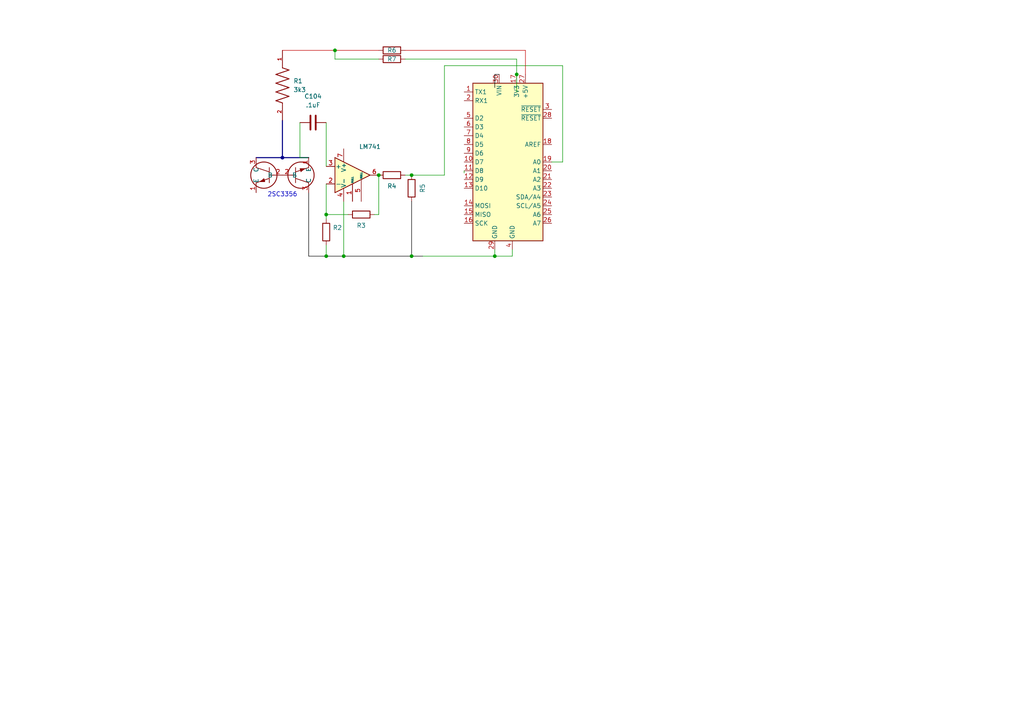
<source format=kicad_sch>
(kicad_sch (version 20231120) (generator "eeschema") (generator_version "8.0")
  (paper "A4")
  (lib_symbols
    (symbol "2024-08-01_13-32-15:2SC3356" (pin_names (offset 0.254))
      (property "Reference" "Q" (at 10.16 2.54 0))
      (property "Value" "2SC3356" (at 10.16 -2.54 0))
      (symbol "2SC3356_0_1"
        (polyline (pts (xy 2.54 0) (xy 3.81 0)) (stroke (width 0.2032)))
        (polyline (pts (xy 3.81 -2.2098) (xy 3.81 2.2098)) (stroke (width 0.2032)))
        (polyline (pts (xy 3.81 -0.9398) (xy 7.62 -2.2098)) (stroke (width 0.2032)))
        (polyline (pts (xy 3.81 0.9398) (xy 7.62 2.2098)) (stroke (width 0.2032)))
        (polyline (pts (xy 7.62 -2.54) (xy 7.62 -2.2098)) (stroke (width 0.2032)))
        (polyline (pts (xy 7.62 2.2098) (xy 7.62 2.54)) (stroke (width 0.2032)))
        (polyline (pts (xy 5.3848 -0.9398) (xy 5.08 -1.905) (xy 6.6548 -1.905)) (fill (type outline)))
        (circle (center 5.3848 0) (radius 3.81) (stroke (width 0.254)))
        (pin unspecified line (at 7.62 -5.08 90) (length 2.54) (name "E") (number "1"))
        (pin unspecified line (at 0 0 0) (length 2.54) (name "B") (number "2"))
        (pin unspecified line (at 7.62 5.08 270) (length 2.54) (name "C") (number "3"))
      )
    )
    (symbol "Amplifier_Operational:LM741" (pin_names (offset 0.127))
      (property "Reference" "U" (at 0 6.35 0))
      (property "Value" "LM741" (at 0 3.81 0))
      (symbol "LM741_0_1"
        (polyline (pts (xy -5.08 5.08) (xy 5.08 0) (xy -5.08 -5.08) (xy -5.08 5.08)) (stroke (width 0.254)) (fill (type background)))
      )
      (symbol "LM741_1_1"
        (pin input line (at 0 -7.62 90) (length 5.08) (name "NULL") (number "1"))
        (pin input line (at -7.62 -2.54 0) (length 2.54) (name "-") (number "2"))
        (pin input line (at -7.62 2.54 0) (length 2.54) (name "+") (number "3"))
        (pin power_in line (at -2.54 -7.62 90) (length 3.81) (name "V-") (number "4"))
        (pin input line (at 2.54 -7.62 90) (length 6.35) (name "NULL") (number "5"))
        (pin output line (at 7.62 0 180) (length 2.54) (name "~") (number "6"))
        (pin power_in line (at -2.54 7.62 270) (length 3.81) (name "V+") (number "7"))
        (pin no_connect line (at 0 2.54 270) (length 2.54) hide (name "NC") (number "8"))
      )
    )
    (symbol "Device:C" (pin_numbers hide) (pin_names (offset 0.254))
      (property "Reference" "C" (at 0.635 2.54 0))
      (property "Value" "C" (at 0.635 -2.54 0))
      (symbol "C_0_1"
        (polyline (pts (xy -2.032 -0.762) (xy 2.032 -0.762)) (stroke (width 0.508)))
        (polyline (pts (xy -2.032 0.762) (xy 2.032 0.762)) (stroke (width 0.508)))
      )
      (symbol "C_1_1"
        (pin passive line (at 0 3.81 270) (length 2.794) (name "~") (number "1"))
        (pin passive line (at 0 -3.81 90) (length 2.794) (name "~") (number "2"))
      )
    )
    (symbol "Device:R" (pin_numbers hide) (pin_names (offset 0))
      (property "Reference" "R" (at 2.032 0 90))
      (property "Value" "R" (at 0 0 90))
      (symbol "R_0_1"
        (rectangle (start -1.016 -2.54) (end 1.016 2.54) (stroke (width 0.254)))
      )
      (symbol "R_1_1"
        (pin passive line (at 0 3.81 270) (length 1.27) (name "~") (number "1"))
        (pin passive line (at 0 -3.81 90) (length 1.27) (name "~") (number "2"))
      )
    )
    (symbol "MCU_Module:Arduino_Nano_Every"
      (property "Reference" "A1" (at -0.3459 -27.94 0))
      (property "Value" "Arduino_Nano_Every" (at -0.3459 -25.4 0))
      (symbol "Arduino_Nano_Every_0_1"
        (rectangle (start -10.16 22.86) (end 10.16 -22.86) (stroke (width 0.254)) (fill (type background)))
      )
      (symbol "Arduino_Nano_Every_1_1"
        (pin bidirectional line (at -12.7 20.32 0) (length 2.54) (name "TX1") (number "1"))
        (pin bidirectional line (at -12.7 0 0) (length 2.54) (name "D7") (number "10"))
        (pin bidirectional line (at -12.7 -2.54 0) (length 2.54) (name "D8") (number "11"))
        (pin bidirectional line (at -12.7 -5.08 0) (length 2.54) (name "D9") (number "12"))
        (pin bidirectional line (at -12.7 -7.62 0) (length 2.54) (name "D10") (number "13"))
        (pin bidirectional line (at -12.7 -12.7 0) (length 2.54) (name "MOSI") (number "14"))
        (pin bidirectional line (at -12.7 -15.24 0) (length 2.54) (name "MISO") (number "15"))
        (pin bidirectional line (at -12.7 -17.78 0) (length 2.54) (name "SCK") (number "16"))
        (pin power_out line (at 2.54 25.4 270) (length 2.54) (name "3V3") (number "17"))
        (pin input line (at 12.7 5.08 180) (length 2.54) (name "AREF") (number "18"))
        (pin bidirectional line (at 12.7 0 180) (length 2.54) (name "A0") (number "19"))
        (pin bidirectional line (at -12.7 17.78 0) (length 2.54) (name "RX1") (number "2"))
        (pin bidirectional line (at 12.7 -2.54 180) (length 2.54) (name "A1") (number "20"))
        (pin bidirectional line (at 12.7 -5.08 180) (length 2.54) (name "A2") (number "21"))
        (pin bidirectional line (at 12.7 -7.62 180) (length 2.54) (name "A3") (number "22"))
        (pin bidirectional line (at 12.7 -10.16 180) (length 2.54) (name "SDA/A4") (number "23"))
        (pin bidirectional line (at 12.7 -12.7 180) (length 2.54) (name "SCL/A5") (number "24"))
        (pin bidirectional line (at 12.7 -15.24 180) (length 2.54) (name "A6") (number "25"))
        (pin bidirectional line (at 12.7 -17.78 180) (length 2.54) (name "A7") (number "26"))
        (pin power_out line (at 5.08 25.4 270) (length 2.54) (name "+5V") (number "27"))
        (pin input line (at 12.7 12.7 180) (length 2.54) (name "~{RESET}") (number "28"))
        (pin passive line (at -3.81 -25.4 90) (length 2.54) (name "GND") (number "29"))
        (pin input line (at 12.7 15.24 180) (length 2.54) (name "~{RESET}") (number "3"))
        (pin power_in line (at -2.54 25.4 270) (length 2.54) (name "VIN") (number "30"))
        (pin power_in line (at 1.27 -25.4 90) (length 2.54) (name "GND") (number "4"))
        (pin bidirectional line (at -12.7 12.7 0) (length 2.54) (name "D2") (number "5"))
        (pin bidirectional line (at -12.7 10.16 0) (length 2.54) (name "D3") (number "6"))
        (pin bidirectional line (at -12.7 7.62 0) (length 2.54) (name "D4") (number "7"))
        (pin bidirectional line (at -12.7 5.08 0) (length 2.54) (name "D5") (number "8"))
        (pin bidirectional line (at -12.7 2.54 0) (length 2.54) (name "D6") (number "9"))
      )
    )
    (symbol "RC1206JR-0713RL:RC1206JR-0713RL" (pin_names (offset 1.016))
      (property "Reference" "R" (at -7.6244 2.5415 0))
      (property "Value" "RC1206JR-0713RL" (at -7.63 -5.0866 0))
      (symbol "RC1206JR-0713RL_0_0"
        (polyline (pts (xy -5.08 0) (xy -4.445 1.905)) (stroke (width 0.254)))
        (polyline (pts (xy -4.445 1.905) (xy -3.175 -1.905)) (stroke (width 0.254)))
        (polyline (pts (xy -3.175 -1.905) (xy -1.905 1.905)) (stroke (width 0.254)))
        (polyline (pts (xy -1.905 1.905) (xy -0.635 -1.905)) (stroke (width 0.254)))
        (polyline (pts (xy -0.635 -1.905) (xy 0.635 1.905)) (stroke (width 0.254)))
        (polyline (pts (xy 0.635 1.905) (xy 1.905 -1.905)) (stroke (width 0.254)))
        (polyline (pts (xy 1.905 -1.905) (xy 3.175 1.905)) (stroke (width 0.254)))
        (polyline (pts (xy 3.175 1.905) (xy 4.445 -1.905)) (stroke (width 0.254)))
        (polyline (pts (xy 4.445 -1.905) (xy 5.08 0)) (stroke (width 0.254)))
        (pin passive line (at -10.16 0 0) (length 5.08) (name "~") (number "1"))
        (pin passive line (at 10.16 0 180) (length 5.08) (name "~") (number "2"))
      )
    )
  )
  (junction (at 119.38 50.8))
  (junction (at 94.615 62.23))
  (junction (at 143.51 74.295))
  (junction (at 119.38 74.295))
  (junction (at 81.915 45.72))
  (junction (at 149.86 21.59))
  (junction (at 109.855 50.8))
  (junction (at 97.155 14.605))
  (junction (at 99.695 74.295))
  (junction (at 94.615 74.295))
  (wire (pts (xy 160.02 46.99) (xy 163.195 46.99)))
  (wire (pts (xy 86.995 35.56) (xy 86.995 45.72)))
  (wire (pts (xy 94.615 35.56) (xy 94.615 48.26)))
  (wire (pts (xy 143.51 72.39) (xy 143.51 74.295)))
  (wire (pts (xy 94.615 62.23) (xy 94.615 63.5)))
  (wire (pts (xy 94.615 71.12) (xy 94.615 74.295)))
  (wire (pts (xy 97.155 14.605) (xy 81.915 14.605)) (stroke (width 0) (color 194 0 0 1)))
  (wire (pts (xy 143.51 21.59) (xy 143.51 25.4)) (stroke (width 0) (color 0 0 0 1)))
  (bus (pts (xy 81.915 45.72) (xy 89.535 45.72)))
  (wire (pts (xy 148.59 72.39) (xy 148.59 74.295)))
  (wire (pts (xy 128.905 19.05) (xy 128.905 50.8)))
  (wire (pts (xy 163.195 19.05) (xy 163.195 46.99)))
  (wire (pts (xy 144.78 21.59) (xy 143.51 21.59)) (stroke (width 0) (color 0 0 0 1)))
  (wire (pts (xy 119.38 50.8) (xy 117.475 50.8)))
  (wire (pts (xy 94.615 53.34) (xy 94.615 62.23)))
  (wire (pts (xy 109.855 50.8) (xy 109.855 62.23)))
  (wire (pts (xy 148.59 74.295) (xy 143.51 74.295)))
  (wire (pts (xy 89.535 55.88) (xy 89.535 74.295)) (stroke (width 0) (color 0 0 0 1)))
  (wire (pts (xy 109.855 17.145) (xy 97.155 17.145)))
  (wire (pts (xy 149.86 17.145) (xy 117.475 17.145)))
  (wire (pts (xy 89.535 74.295) (xy 94.615 74.295)) (stroke (width 0) (color 0 0 0 1)))
  (wire (pts (xy 109.855 14.605) (xy 97.155 14.605)) (stroke (width 0) (color 194 0 0 1)))
  (wire (pts (xy 143.51 74.295) (xy 122.555 74.295)))
  (wire (pts (xy 94.615 74.295) (xy 99.695 74.295)) (stroke (width 0) (color 0 0 0 1)))
  (wire (pts (xy 86.995 45.72) (xy 89.535 45.72)))
  (wire (pts (xy 134.62 49.53) (xy 134.62 50.165)))
  (wire (pts (xy 97.155 17.145) (xy 97.155 14.605)))
  (wire (pts (xy 163.195 19.05) (xy 128.905 19.05)))
  (bus (pts (xy 74.295 45.72) (xy 81.915 45.72)))
  (bus (pts (xy 81.915 34.925) (xy 81.915 45.72)))
  (wire (pts (xy 109.855 62.23) (xy 108.585 62.23)))
  (wire (pts (xy 149.86 21.59) (xy 149.86 17.145)))
  (wire (pts (xy 99.695 74.295) (xy 119.38 74.295)) (stroke (width 0) (color 0 0 0 1)))
  (wire (pts (xy 119.38 58.42) (xy 119.38 74.295)) (stroke (width 0) (color 0 0 0 1)))
  (wire (pts (xy 152.4 14.605) (xy 117.475 14.605)) (stroke (width 0) (color 194 0 0 1)))
  (wire (pts (xy 99.695 58.42) (xy 99.695 74.295)))
  (wire (pts (xy 100.965 62.23) (xy 94.615 62.23)))
  (wire (pts (xy 128.905 50.8) (xy 119.38 50.8)))
  (wire (pts (xy 119.38 74.295) (xy 122.555 74.295)) (stroke (width 0) (color 0 0 0 1)))
  (wire (pts (xy 152.4 21.59) (xy 152.4 14.605)) (stroke (width 0) (color 194 0 0 1)))
  (wire (pts (xy 149.86 26.67) (xy 149.86 21.59)))
  (text "2SC3356" (at 81.915 56.515 0) (effects (font (size 1.27 1.27))))
  (symbol (lib_id "Device:R") (at 113.665 50.8 90) (unit 1)
    (property "Reference" "R4" (at 113.665 53.975 90))
    (property "Value" "R" (effects (hide yes)))
    (property "Footprint" "1206:RESC3116X65N" (effects (hide yes)))
    (property "Description" "Resistor" (effects (hide yes)))
  )
  (symbol (lib_id "Device:C") (at 90.805 35.56 90) (unit 1)
    (property "Reference" "C104" (at 90.805 27.94 90))
    (property "Value" ".1uF" (at 90.805 30.48 90))
    (property "Footprint" "Capacitor_SMD:C_0504_1310Metric_Pad0.83x1.28mm_HandSolder" (effects (hide yes)))
    (property "Description" "Unpolarized capacitor" (effects (hide yes)))
  )
  (symbol (lib_id "Amplifier_Operational:LM741") (at 102.235 50.8 0) (unit 1)
    (property "Reference" "U2" (effects (hide yes)))
    (property "Value" "LM741" (at 107.315 42.545 0))
    (property "Footprint" "LM386:LM386_custom" (effects (hide yes)))
    (property "Datasheet" "http://www.ti.com/lit/ds/symlink/lm741.pdf" (effects (hide yes)))
    (property "Description" "Operational Amplifier, DIP-8/TO-99-8" (effects (hide yes)))
  )
  (symbol (lib_id "Device:R") (at 104.775 62.23 90) (unit 1)
    (property "Reference" "R3" (at 104.775 65.405 90))
    (property "Value" "R" (effects (hide yes)))
    (property "Footprint" "1206:RESC3116X65N" (effects (hide yes)))
    (property "Description" "Resistor" (effects (hide yes)))
  )
  (symbol (lib_id "RC1206JR-0713RL:RC1206JR-0713RL") (at 81.915 24.765 270) (unit 1)
    (property "Reference" "R1" (at 85.09 23.4949 90) (effects (justify left)))
    (property "Value" "3k3" (at 85.09 26.0349 90) (effects (justify left)))
    (property "Footprint" "1206:RESC3116X65N" (effects (hide yes)))
    (property "MF" "Yageo" (effects (hide yes)))
    (property "Description_1" "\n13 Ohms ±5% 0.25W, 1/4W Chip Resistor 1206 (3216 Metric) Moisture Resistant Thick Film\n" (effects (hide yes)))
    (property "Package" "3116 Yageo" (effects (hide yes)))
    (property "Price" "None" (effects (hide yes)))
    (property "SnapEDA_Link" "https://www.snapeda.com/parts/RC1206JR-0713RL/Yageo/view-part/?ref=snap" (effects (hide yes)))
    (property "MP" "RC1206JR-0713RL" (effects (hide yes)))
    (property "Purchase-URL" "https://www.snapeda.com/api/url_track_click_mouser/?unipart_id=105893&manufacturer=Yageo&part_name=RC1206JR-0713RL&search_term=None" (effects (hide yes)))
    (property "Availability" "In Stock" (effects (hide yes)))
    (property "Check_prices" "https://www.snapeda.com/parts/RC1206JR-0713RL/Yageo/view-part/?ref=eda" (effects (hide yes)))
  )
  (symbol (lib_id "MCU_Module:Arduino_Nano_Every") (at 147.32 46.99 0) (unit 1)
    (property "Reference" "A1" (effects (hide yes)))
    (property "Value" "Arduino_Nano_Every" (effects (hide yes)))
    (property "Footprint" "Module:Arduino_Nano" (effects (hide yes)))
    (property "Datasheet" "https://content.arduino.cc/assets/NANOEveryV3.0_sch.pdf" (effects (hide yes)))
    (property "Description" "Arduino Nano Every" (effects (hide yes)))
  )
  (symbol (lib_id "Device:R") (at 94.615 67.31 0) (unit 1)
    (property "Reference" "R2" (at 96.52 66.0399 0) (effects (justify left)))
    (property "Value" "R" (effects (hide yes)))
    (property "Footprint" "1206:RESC3116X65N" (effects (hide yes)))
    (property "Description" "Resistor" (effects (hide yes)))
  )
  (symbol (lib_id "Device:R") (at 119.38 54.61 180) (unit 1)
    (property "Reference" "R5" (at 122.555 54.61 90))
    (property "Value" "R" (effects (hide yes)))
    (property "Footprint" "1206:RESC3116X65N" (effects (hide yes)))
    (property "Description" "Resistor" (effects (hide yes)))
  )
  (symbol (lib_id "2024-08-01_13-32-15:2SC3356") (at 81.915 50.8 0) (mirror y) (unit 1)
    (property "Reference" "Q1" (effects (hide yes)))
    (property "Value" "2SC3356" (effects (hide yes)))
    (property "Footprint" "2SC3356:SOT-23_MINIMOLD_REN" (effects (hide yes)))
    (property "Datasheet" "2SC3356" (effects (hide yes)))
  )
  (symbol (lib_id "Device:R") (at 113.665 17.145 90) (unit 1)
    (property "Reference" "R7" (at 113.665 17.145 90))
    (property "Value" "R" (effects (hide yes)))
    (property "Footprint" "1206:RESC3116X65N" (effects (hide yes)))
    (property "Description" "Resistor" (effects (hide yes)))
  )
  (symbol (lib_id "Device:R") (at 113.665 14.605 90) (unit 1)
    (property "Reference" "R6" (at 113.665 14.605 90))
    (property "Value" "R" (effects (hide yes)))
    (property "Footprint" "1206:RESC3116X65N" (effects (hide yes)))
    (property "Description" "Resistor" (effects (hide yes)))
  )
  (symbol (lib_id "2024-08-01_13-32-15:2SC3356") (at 81.915 50.8 0) (mirror x) (unit 1)
    (property "Reference" "Q3" (effects (hide yes)))
    (property "Value" "2SC3356" (effects (hide yes)))
    (property "Footprint" "2SC3356:SOT-23_MINIMOLD_REN" (effects (hide yes)))
    (property "Datasheet" "2SC3356" (effects (hide yes)))
  )
)
</source>
